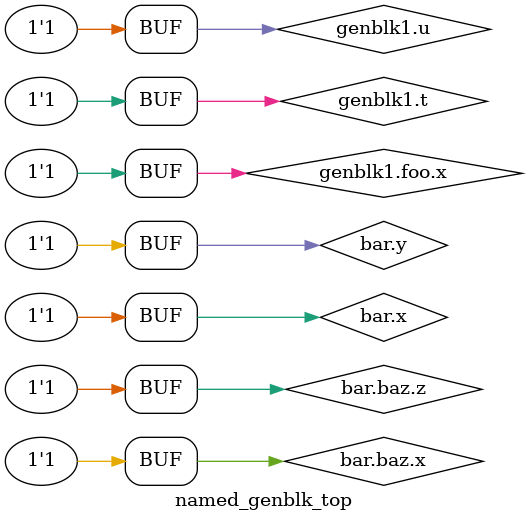
<source format=v>
`default_nettype none
module named_genblk_top;
	generate
		if (1) begin
			wire t;
			begin : foo
				wire x;
			end
			wire u;
		end
		begin : bar
			wire x;
			wire y;
			begin : baz
				wire x;
				wire z;
			end
		end
	endgenerate
	assign genblk1.t = 1;
	assign genblk1.foo.x = 1;
	assign genblk1.u = 1;
	assign bar.x = 1;
	assign bar.y = 1;
	assign bar.baz.x = 1;
	assign bar.baz.z = 1;
endmodule

</source>
